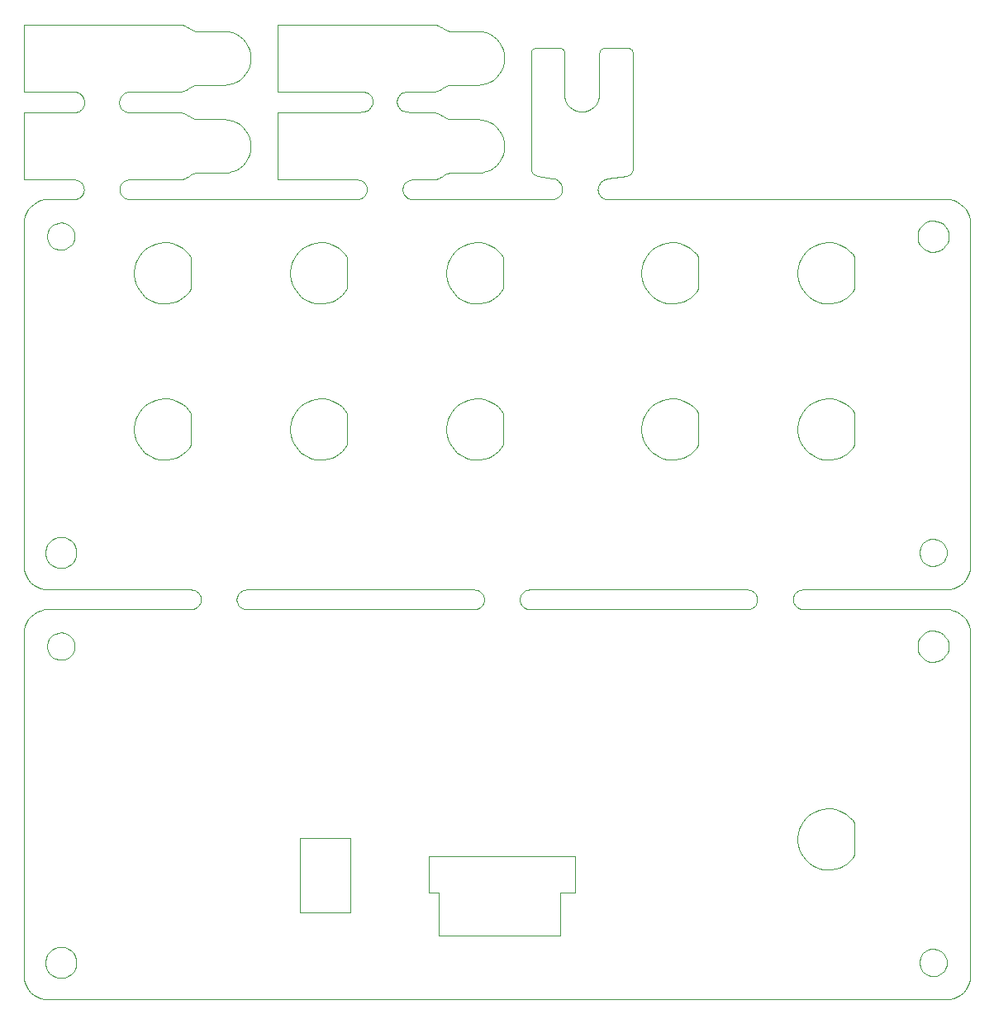
<source format=gko>
%MOIN*%
%OFA0B0*%
%FSLAX44Y44*%
%IPPOS*%
%LPD*%
%ADD10C,0*%
D10*
X00036722Y00017481D02*
X00036722Y00017481D01*
X00036603Y00017487D01*
X00036488Y00017519D01*
X00036383Y00017575D01*
X00036292Y00017652D01*
X00036220Y00017747D01*
X00036170Y00017855D01*
X00036144Y00017971D01*
X00036144Y00018091D01*
X00036170Y00018207D01*
X00036220Y00018315D01*
X00036292Y00018410D01*
X00036383Y00018487D01*
X00036488Y00018543D01*
X00036603Y00018575D01*
X00036722Y00018581D01*
X00036840Y00018562D01*
X00036951Y00018518D01*
X00037049Y00018451D01*
X00037131Y00018365D01*
X00037193Y00018262D01*
X00037231Y00018149D01*
X00037244Y00018031D01*
X00037231Y00017913D01*
X00037193Y00017800D01*
X00037131Y00017697D01*
X00037049Y00017611D01*
X00036951Y00017544D01*
X00036840Y00017500D01*
X00036722Y00017481D01*
X00001530Y00017402D02*
X00001530Y00017402D01*
X00001394Y00017409D01*
X00001262Y00017446D01*
X00001142Y00017510D01*
X00001038Y00017598D01*
X00000956Y00017706D01*
X00000899Y00017830D01*
X00000869Y00017963D01*
X00000869Y00018099D01*
X00000899Y00018232D01*
X00000956Y00018356D01*
X00001038Y00018464D01*
X00001142Y00018552D01*
X00001262Y00018616D01*
X00001394Y00018653D01*
X00001530Y00018660D01*
X00001664Y00018638D01*
X00001791Y00018588D01*
X00001903Y00018511D01*
X00001997Y00018412D01*
X00002067Y00018295D01*
X00002111Y00018166D01*
X00002125Y00018031D01*
X00002111Y00017896D01*
X00002067Y00017767D01*
X00001997Y00017650D01*
X00001903Y00017551D01*
X00001791Y00017474D01*
X00001664Y00017424D01*
X00001530Y00017402D01*
X00033523Y00022381D02*
X00033523Y00022381D01*
X00033523Y00022382D01*
X00033527Y00022387D01*
X00033523Y00022381D01*
X00027224Y00022381D02*
X00027224Y00022381D01*
X00027224Y00022382D01*
X00027227Y00022387D01*
X00027224Y00022381D01*
X00019350Y00022381D02*
X00019350Y00022381D01*
X00019350Y00022382D01*
X00019353Y00022387D01*
X00019350Y00022381D01*
X00013051Y00022381D02*
X00013051Y00022381D01*
X00013051Y00022382D01*
X00013054Y00022387D01*
X00013051Y00022381D01*
X00006751Y00022381D02*
X00006751Y00022381D01*
X00006751Y00022382D01*
X00006755Y00022387D01*
X00006751Y00022381D01*
X00032424Y00021776D02*
X00032424Y00021776D01*
X00032260Y00021792D01*
X00032099Y00021830D01*
X00031945Y00021888D01*
X00031799Y00021967D01*
X00031666Y00022065D01*
X00031547Y00022179D01*
X00031444Y00022308D01*
X00031359Y00022450D01*
X00031294Y00022602D01*
X00031250Y00022761D01*
X00031228Y00022925D01*
X00031227Y00023090D01*
X00031249Y00023254D01*
X00031292Y00023414D01*
X00031356Y00023566D01*
X00031440Y00023708D01*
X00031542Y00023838D01*
X00031661Y00023953D01*
X00031793Y00024052D01*
X00031938Y00024131D01*
X00032092Y00024191D01*
X00032253Y00024229D01*
X00032417Y00024246D01*
X00032582Y00024241D01*
X00032745Y00024214D01*
X00032903Y00024165D01*
X00033053Y00024095D01*
X00033192Y00024007D01*
X00033319Y00023900D01*
X00033430Y00023777D01*
X00033523Y00023641D01*
X00033523Y00022382D01*
X00033434Y00022251D01*
X00033324Y00022128D01*
X00033198Y00022020D01*
X00033059Y00021931D01*
X00032910Y00021860D01*
X00032752Y00021811D01*
X00032589Y00021782D01*
X00032424Y00021776D01*
X00026125Y00021776D02*
X00026125Y00021776D01*
X00025961Y00021792D01*
X00025800Y00021830D01*
X00025645Y00021888D01*
X00025500Y00021967D01*
X00025367Y00022065D01*
X00025248Y00022179D01*
X00025145Y00022308D01*
X00025060Y00022450D01*
X00024995Y00022602D01*
X00024951Y00022761D01*
X00024928Y00022925D01*
X00024928Y00023090D01*
X00024949Y00023254D01*
X00024993Y00023414D01*
X00025057Y00023566D01*
X00025141Y00023708D01*
X00025243Y00023838D01*
X00025361Y00023953D01*
X00025494Y00024052D01*
X00025639Y00024131D01*
X00025793Y00024191D01*
X00025954Y00024229D01*
X00026118Y00024246D01*
X00026283Y00024241D01*
X00026446Y00024214D01*
X00026604Y00024165D01*
X00026754Y00024095D01*
X00026893Y00024007D01*
X00027019Y00023900D01*
X00027130Y00023777D01*
X00027224Y00023641D01*
X00027224Y00022382D01*
X00027135Y00022251D01*
X00027025Y00022128D01*
X00026899Y00022020D01*
X00026760Y00021931D01*
X00026611Y00021860D01*
X00026453Y00021811D01*
X00026290Y00021782D01*
X00026125Y00021776D01*
X00018251Y00021776D02*
X00018251Y00021776D01*
X00018087Y00021792D01*
X00017926Y00021830D01*
X00017771Y00021888D01*
X00017626Y00021967D01*
X00017493Y00022065D01*
X00017373Y00022179D01*
X00017271Y00022308D01*
X00017186Y00022450D01*
X00017121Y00022602D01*
X00017077Y00022761D01*
X00017054Y00022925D01*
X00017054Y00023090D01*
X00017075Y00023254D01*
X00017119Y00023414D01*
X00017183Y00023566D01*
X00017267Y00023708D01*
X00017369Y00023838D01*
X00017487Y00023953D01*
X00017620Y00024052D01*
X00017765Y00024131D01*
X00017919Y00024191D01*
X00018080Y00024229D01*
X00018244Y00024246D01*
X00018409Y00024241D01*
X00018572Y00024214D01*
X00018730Y00024165D01*
X00018880Y00024095D01*
X00019019Y00024007D01*
X00019145Y00023900D01*
X00019256Y00023777D01*
X00019350Y00023641D01*
X00019350Y00022382D01*
X00019261Y00022251D01*
X00019151Y00022128D01*
X00019025Y00022020D01*
X00018886Y00021931D01*
X00018737Y00021860D01*
X00018579Y00021811D01*
X00018416Y00021782D01*
X00018251Y00021776D01*
X00011952Y00021776D02*
X00011952Y00021776D01*
X00011787Y00021792D01*
X00011626Y00021830D01*
X00011472Y00021888D01*
X00011327Y00021967D01*
X00011193Y00022065D01*
X00011074Y00022179D01*
X00010971Y00022308D01*
X00010887Y00022450D01*
X00010822Y00022602D01*
X00010778Y00022761D01*
X00010755Y00022925D01*
X00010755Y00023090D01*
X00010776Y00023254D01*
X00010819Y00023414D01*
X00010884Y00023566D01*
X00010967Y00023708D01*
X00011070Y00023838D01*
X00011188Y00023953D01*
X00011321Y00024052D01*
X00011466Y00024131D01*
X00011620Y00024191D01*
X00011780Y00024229D01*
X00011945Y00024246D01*
X00012110Y00024241D01*
X00012273Y00024214D01*
X00012431Y00024165D01*
X00012581Y00024095D01*
X00012720Y00024007D01*
X00012846Y00023900D01*
X00012957Y00023777D01*
X00013051Y00023641D01*
X00013051Y00022382D01*
X00012961Y00022251D01*
X00012851Y00022128D01*
X00012726Y00022020D01*
X00012587Y00021931D01*
X00012437Y00021860D01*
X00012280Y00021811D01*
X00012117Y00021782D01*
X00011952Y00021776D01*
X00005653Y00021776D02*
X00005653Y00021776D01*
X00005488Y00021792D01*
X00005327Y00021830D01*
X00005173Y00021888D01*
X00005028Y00021967D01*
X00004894Y00022065D01*
X00004775Y00022179D01*
X00004672Y00022308D01*
X00004588Y00022450D01*
X00004523Y00022602D01*
X00004478Y00022761D01*
X00004456Y00022925D01*
X00004455Y00023090D01*
X00004477Y00023254D01*
X00004520Y00023414D01*
X00004584Y00023566D01*
X00004668Y00023708D01*
X00004770Y00023838D01*
X00004889Y00023953D01*
X00005022Y00024052D01*
X00005166Y00024131D01*
X00005321Y00024191D01*
X00005481Y00024229D01*
X00005646Y00024246D01*
X00005811Y00024241D01*
X00005974Y00024214D01*
X00006132Y00024165D01*
X00006281Y00024095D01*
X00006421Y00024007D01*
X00006547Y00023900D01*
X00006658Y00023777D01*
X00006751Y00023641D01*
X00006751Y00022382D01*
X00006662Y00022251D01*
X00006552Y00022128D01*
X00006426Y00022020D01*
X00006288Y00021931D01*
X00006138Y00021860D01*
X00005981Y00021811D01*
X00005818Y00021782D01*
X00005653Y00021776D01*
X00033523Y00028681D02*
X00033523Y00028681D01*
X00033523Y00028681D01*
X00033527Y00028687D01*
X00033523Y00028681D01*
X00027224Y00028681D02*
X00027224Y00028681D01*
X00027224Y00028681D01*
X00027227Y00028687D01*
X00027224Y00028681D01*
X00019350Y00028681D02*
X00019350Y00028681D01*
X00019350Y00028681D01*
X00019353Y00028687D01*
X00019350Y00028681D01*
X00013051Y00028681D02*
X00013051Y00028681D01*
X00013051Y00028681D01*
X00013054Y00028687D01*
X00013051Y00028681D01*
X00006751Y00028681D02*
X00006751Y00028681D01*
X00006751Y00028681D01*
X00006755Y00028687D01*
X00006751Y00028681D01*
X00032424Y00028075D02*
X00032424Y00028075D01*
X00032260Y00028091D01*
X00032099Y00028129D01*
X00031945Y00028188D01*
X00031799Y00028266D01*
X00031666Y00028364D01*
X00031547Y00028478D01*
X00031444Y00028608D01*
X00031359Y00028750D01*
X00031294Y00028901D01*
X00031250Y00029061D01*
X00031228Y00029224D01*
X00031227Y00029390D01*
X00031249Y00029553D01*
X00031292Y00029713D01*
X00031356Y00029865D01*
X00031440Y00030008D01*
X00031542Y00030137D01*
X00031661Y00030253D01*
X00031793Y00030351D01*
X00031938Y00030430D01*
X00032092Y00030490D01*
X00032253Y00030529D01*
X00032417Y00030545D01*
X00032582Y00030540D01*
X00032745Y00030513D01*
X00032903Y00030464D01*
X00033053Y00030395D01*
X00033192Y00030306D01*
X00033319Y00030199D01*
X00033430Y00030077D01*
X00033523Y00029940D01*
X00033523Y00028681D01*
X00033434Y00028550D01*
X00033324Y00028427D01*
X00033198Y00028320D01*
X00033059Y00028230D01*
X00032910Y00028160D01*
X00032752Y00028110D01*
X00032589Y00028082D01*
X00032424Y00028075D01*
X00026125Y00028075D02*
X00026125Y00028075D01*
X00025961Y00028091D01*
X00025800Y00028129D01*
X00025645Y00028188D01*
X00025500Y00028266D01*
X00025367Y00028364D01*
X00025248Y00028478D01*
X00025145Y00028608D01*
X00025060Y00028750D01*
X00024995Y00028901D01*
X00024951Y00029061D01*
X00024928Y00029224D01*
X00024928Y00029390D01*
X00024949Y00029553D01*
X00024993Y00029713D01*
X00025057Y00029865D01*
X00025141Y00030008D01*
X00025243Y00030137D01*
X00025361Y00030253D01*
X00025494Y00030351D01*
X00025639Y00030430D01*
X00025793Y00030490D01*
X00025954Y00030529D01*
X00026118Y00030545D01*
X00026283Y00030540D01*
X00026446Y00030513D01*
X00026604Y00030464D01*
X00026754Y00030395D01*
X00026893Y00030306D01*
X00027019Y00030199D01*
X00027130Y00030077D01*
X00027224Y00029940D01*
X00027224Y00028681D01*
X00027135Y00028550D01*
X00027025Y00028427D01*
X00026899Y00028320D01*
X00026760Y00028230D01*
X00026611Y00028160D01*
X00026453Y00028110D01*
X00026290Y00028082D01*
X00026125Y00028075D01*
X00018251Y00028075D02*
X00018251Y00028075D01*
X00018087Y00028091D01*
X00017926Y00028129D01*
X00017771Y00028188D01*
X00017626Y00028266D01*
X00017493Y00028364D01*
X00017373Y00028478D01*
X00017271Y00028608D01*
X00017186Y00028750D01*
X00017121Y00028901D01*
X00017077Y00029061D01*
X00017054Y00029224D01*
X00017054Y00029390D01*
X00017075Y00029553D01*
X00017119Y00029713D01*
X00017183Y00029865D01*
X00017267Y00030008D01*
X00017369Y00030137D01*
X00017487Y00030253D01*
X00017620Y00030351D01*
X00017765Y00030430D01*
X00017919Y00030490D01*
X00018080Y00030529D01*
X00018244Y00030545D01*
X00018409Y00030540D01*
X00018572Y00030513D01*
X00018730Y00030464D01*
X00018880Y00030395D01*
X00019019Y00030306D01*
X00019145Y00030199D01*
X00019256Y00030077D01*
X00019350Y00029940D01*
X00019350Y00028681D01*
X00019261Y00028550D01*
X00019151Y00028427D01*
X00019025Y00028320D01*
X00018886Y00028230D01*
X00018737Y00028160D01*
X00018579Y00028110D01*
X00018416Y00028082D01*
X00018251Y00028075D01*
X00011952Y00028075D02*
X00011952Y00028075D01*
X00011787Y00028091D01*
X00011626Y00028129D01*
X00011472Y00028188D01*
X00011327Y00028266D01*
X00011193Y00028364D01*
X00011074Y00028478D01*
X00010971Y00028608D01*
X00010887Y00028750D01*
X00010822Y00028901D01*
X00010778Y00029061D01*
X00010755Y00029224D01*
X00010755Y00029390D01*
X00010776Y00029553D01*
X00010819Y00029713D01*
X00010884Y00029865D01*
X00010967Y00030008D01*
X00011070Y00030137D01*
X00011188Y00030253D01*
X00011321Y00030351D01*
X00011466Y00030430D01*
X00011620Y00030490D01*
X00011780Y00030529D01*
X00011945Y00030545D01*
X00012110Y00030540D01*
X00012273Y00030513D01*
X00012431Y00030464D01*
X00012581Y00030395D01*
X00012720Y00030306D01*
X00012846Y00030199D01*
X00012957Y00030077D01*
X00013051Y00029940D01*
X00013051Y00028681D01*
X00012961Y00028550D01*
X00012851Y00028427D01*
X00012726Y00028320D01*
X00012587Y00028230D01*
X00012437Y00028160D01*
X00012280Y00028110D01*
X00012117Y00028082D01*
X00011952Y00028075D01*
X00005653Y00028075D02*
X00005653Y00028075D01*
X00005488Y00028091D01*
X00005327Y00028129D01*
X00005173Y00028188D01*
X00005028Y00028266D01*
X00004894Y00028364D01*
X00004775Y00028478D01*
X00004672Y00028608D01*
X00004588Y00028750D01*
X00004523Y00028901D01*
X00004478Y00029061D01*
X00004456Y00029224D01*
X00004455Y00029390D01*
X00004477Y00029553D01*
X00004520Y00029713D01*
X00004584Y00029865D01*
X00004668Y00030008D01*
X00004770Y00030137D01*
X00004889Y00030253D01*
X00005022Y00030351D01*
X00005166Y00030430D01*
X00005321Y00030490D01*
X00005481Y00030529D01*
X00005646Y00030545D01*
X00005811Y00030540D01*
X00005974Y00030513D01*
X00006132Y00030464D01*
X00006281Y00030395D01*
X00006421Y00030306D01*
X00006547Y00030199D01*
X00006658Y00030077D01*
X00006751Y00029940D01*
X00006751Y00028681D01*
X00006662Y00028550D01*
X00006552Y00028427D01*
X00006426Y00028320D01*
X00006288Y00028230D01*
X00006138Y00028160D01*
X00005981Y00028110D01*
X00005818Y00028082D01*
X00005653Y00028075D01*
X00001525Y00030237D02*
X00001525Y00030237D01*
X00001406Y00030243D01*
X00001292Y00030275D01*
X00001186Y00030331D01*
X00001095Y00030408D01*
X00001023Y00030503D01*
X00000973Y00030611D01*
X00000948Y00030727D01*
X00000948Y00030846D01*
X00000973Y00030963D01*
X00001023Y00031071D01*
X00001095Y00031166D01*
X00001186Y00031243D01*
X00001292Y00031299D01*
X00001406Y00031331D01*
X00001525Y00031337D01*
X00001643Y00031318D01*
X00001754Y00031274D01*
X00001852Y00031207D01*
X00001934Y00031120D01*
X00001996Y00031018D01*
X00002034Y00030905D01*
X00002047Y00030787D01*
X00002034Y00030668D01*
X00001996Y00030555D01*
X00001934Y00030453D01*
X00001852Y00030367D01*
X00001754Y00030300D01*
X00001643Y00030256D01*
X00001525Y00030237D01*
X00036727Y00030158D02*
X00036727Y00030158D01*
X00036591Y00030165D01*
X00036459Y00030202D01*
X00036339Y00030266D01*
X00036235Y00030354D01*
X00036153Y00030462D01*
X00036095Y00030586D01*
X00036066Y00030719D01*
X00036066Y00030855D01*
X00036095Y00030988D01*
X00036153Y00031112D01*
X00036235Y00031220D01*
X00036339Y00031308D01*
X00036459Y00031372D01*
X00036591Y00031409D01*
X00036727Y00031416D01*
X00036861Y00031394D01*
X00036987Y00031343D01*
X00037100Y00031267D01*
X00037194Y00031168D01*
X00037264Y00031051D01*
X00037308Y00030922D01*
X00037322Y00030787D01*
X00037308Y00030651D01*
X00037264Y00030522D01*
X00037194Y00030406D01*
X00037100Y00030307D01*
X00036987Y00030230D01*
X00036861Y00030180D01*
X00036727Y00030158D01*
X00021327Y00032283D02*
X00021327Y00032283D01*
X00015680Y00032283D01*
X00015680Y00032283D01*
X00015656Y00032284D01*
X00015632Y00032286D01*
X00015608Y00032290D01*
X00015584Y00032295D01*
X00015561Y00032301D01*
X00015538Y00032309D01*
X00015516Y00032319D01*
X00015494Y00032330D01*
X00015473Y00032342D01*
X00015453Y00032355D01*
X00015433Y00032370D01*
X00015415Y00032385D01*
X00015398Y00032402D01*
X00015381Y00032420D01*
X00015366Y00032439D01*
X00015352Y00032459D01*
X00015339Y00032479D01*
X00015328Y00032501D01*
X00015318Y00032523D01*
X00015309Y00032545D01*
X00015309Y00032546D01*
X00015298Y00032582D01*
X00015290Y00032619D01*
X00015287Y00032656D01*
X00015286Y00032694D01*
X00015290Y00032731D01*
X00015297Y00032768D01*
X00015307Y00032805D01*
X00015321Y00032840D01*
X00015338Y00032873D01*
X00015358Y00032905D01*
X00015381Y00032934D01*
X00015407Y00032962D01*
X00015435Y00032986D01*
X00015466Y00033008D01*
X00015499Y00033027D01*
X00015533Y00033043D01*
X00015568Y00033055D01*
X00015605Y00033064D01*
X00015642Y00033070D01*
X00015680Y00033071D01*
X00016476Y00033071D01*
X00016523Y00033074D01*
X00016569Y00033080D01*
X00016615Y00033088D01*
X00016661Y00033099D01*
X00016705Y00033114D01*
X00016749Y00033131D01*
X00016791Y00033150D01*
X00016832Y00033173D01*
X00016872Y00033197D01*
X00016910Y00033225D01*
X00016943Y00033247D01*
X00016977Y00033268D01*
X00017013Y00033286D01*
X00017049Y00033302D01*
X00017087Y00033316D01*
X00017125Y00033327D01*
X00017164Y00033336D01*
X00017204Y00033342D01*
X00017244Y00033346D01*
X00017284Y00033347D01*
X00018307Y00033347D01*
X00018307Y00033347D01*
X00018477Y00033360D01*
X00018642Y00033400D01*
X00018799Y00033465D01*
X00018944Y00033554D01*
X00019073Y00033664D01*
X00019183Y00033793D01*
X00019272Y00033938D01*
X00019337Y00034095D01*
X00019376Y00034260D01*
X00019390Y00034429D01*
X00019376Y00034598D01*
X00019337Y00034764D01*
X00019272Y00034920D01*
X00019183Y00035065D01*
X00019073Y00035194D01*
X00018944Y00035305D01*
X00018799Y00035393D01*
X00018642Y00035458D01*
X00018477Y00035498D01*
X00018307Y00035511D01*
X00017284Y00035511D01*
X00017243Y00035513D01*
X00017202Y00035516D01*
X00017162Y00035523D01*
X00017122Y00035532D01*
X00017082Y00035544D01*
X00017044Y00035558D01*
X00017007Y00035575D01*
X00016970Y00035594D01*
X00016935Y00035615D01*
X00016902Y00035639D01*
X00016864Y00035665D01*
X00016825Y00035689D01*
X00016785Y00035710D01*
X00016743Y00035729D01*
X00016700Y00035745D01*
X00016657Y00035759D01*
X00016612Y00035770D01*
X00016567Y00035778D01*
X00016522Y00035783D01*
X00016476Y00035786D01*
X00015747Y00035786D01*
X00015744Y00035786D01*
X00015741Y00035786D01*
X00015739Y00035786D01*
X00015736Y00035786D01*
X00015733Y00035786D01*
X00015731Y00035786D01*
X00015728Y00035786D01*
X00015725Y00035786D01*
X00015722Y00035786D01*
X00015720Y00035787D01*
X00015717Y00035787D01*
X00015714Y00035787D01*
X00015712Y00035787D01*
X00015709Y00035787D01*
X00015706Y00035788D01*
X00015704Y00035788D01*
X00015701Y00035788D01*
X00015698Y00035789D01*
X00015696Y00035789D01*
X00015693Y00035789D01*
X00015392Y00035831D01*
X00015334Y00035843D01*
X00015279Y00035864D01*
X00015227Y00035893D01*
X00015181Y00035930D01*
X00015140Y00035973D01*
X00015107Y00036021D01*
X00015081Y00036074D01*
X00015063Y00036131D01*
X00015054Y00036189D01*
X00015053Y00036248D01*
X00015062Y00036306D01*
X00015079Y00036363D01*
X00015104Y00036416D01*
X00015137Y00036465D01*
X00015177Y00036509D01*
X00015223Y00036546D01*
X00015274Y00036575D01*
X00015329Y00036597D01*
X00015387Y00036610D01*
X00015446Y00036615D01*
X00016476Y00036615D01*
X00016523Y00036617D01*
X00016569Y00036623D01*
X00016615Y00036631D01*
X00016661Y00036643D01*
X00016705Y00036657D01*
X00016749Y00036674D01*
X00016791Y00036694D01*
X00016832Y00036716D01*
X00016872Y00036741D01*
X00016910Y00036768D01*
X00016943Y00036791D01*
X00016977Y00036811D01*
X00017013Y00036830D01*
X00017049Y00036846D01*
X00017087Y00036859D01*
X00017125Y00036871D01*
X00017164Y00036879D01*
X00017204Y00036886D01*
X00017244Y00036889D01*
X00017284Y00036891D01*
X00018307Y00036891D01*
X00018307Y00036890D01*
X00018477Y00036904D01*
X00018642Y00036943D01*
X00018799Y00037008D01*
X00018944Y00037097D01*
X00019073Y00037207D01*
X00019183Y00037336D01*
X00019272Y00037481D01*
X00019337Y00037638D01*
X00019376Y00037803D01*
X00019390Y00037972D01*
X00019376Y00038142D01*
X00019337Y00038307D01*
X00019272Y00038464D01*
X00019183Y00038609D01*
X00019073Y00038738D01*
X00018944Y00038848D01*
X00018799Y00038937D01*
X00018642Y00039002D01*
X00018477Y00039041D01*
X00018307Y00039055D01*
X00017284Y00039055D01*
X00017243Y00039056D01*
X00017202Y00039060D01*
X00017162Y00039066D01*
X00017122Y00039075D01*
X00017082Y00039087D01*
X00017044Y00039101D01*
X00017007Y00039118D01*
X00016970Y00039137D01*
X00016935Y00039159D01*
X00016902Y00039182D01*
X00016864Y00039208D01*
X00016825Y00039232D01*
X00016785Y00039254D01*
X00016743Y00039272D01*
X00016700Y00039289D01*
X00016657Y00039302D01*
X00016612Y00039313D01*
X00016567Y00039321D01*
X00016522Y00039326D01*
X00016476Y00039329D01*
X00010236Y00039329D01*
X00010237Y00036614D01*
X00010237Y00036615D01*
X00013687Y00036615D01*
X00013746Y00036610D01*
X00013803Y00036597D01*
X00013858Y00036575D01*
X00013910Y00036546D01*
X00013956Y00036509D01*
X00013996Y00036465D01*
X00014029Y00036416D01*
X00014054Y00036363D01*
X00014071Y00036306D01*
X00014080Y00036248D01*
X00014079Y00036189D01*
X00014070Y00036131D01*
X00014052Y00036074D01*
X00014026Y00036021D01*
X00013993Y00035973D01*
X00013952Y00035930D01*
X00013905Y00035893D01*
X00013854Y00035864D01*
X00013799Y00035843D01*
X00013741Y00035831D01*
X00013440Y00035789D01*
X00013437Y00035789D01*
X00013435Y00035789D01*
X00013432Y00035788D01*
X00013429Y00035788D01*
X00013427Y00035788D01*
X00013424Y00035787D01*
X00013421Y00035787D01*
X00013418Y00035787D01*
X00013416Y00035787D01*
X00013413Y00035787D01*
X00013410Y00035786D01*
X00013408Y00035786D01*
X00013405Y00035786D01*
X00013402Y00035786D01*
X00013400Y00035786D01*
X00013397Y00035786D01*
X00013394Y00035786D01*
X00013391Y00035786D01*
X00013389Y00035786D01*
X00013386Y00035786D01*
X00010236Y00035786D01*
X00010237Y00033070D01*
X00010237Y00033071D01*
X00013453Y00033071D01*
X00013491Y00033070D01*
X00013528Y00033064D01*
X00013565Y00033055D01*
X00013600Y00033043D01*
X00013634Y00033027D01*
X00013667Y00033008D01*
X00013697Y00032986D01*
X00013726Y00032962D01*
X00013752Y00032934D01*
X00013775Y00032905D01*
X00013795Y00032873D01*
X00013812Y00032840D01*
X00013826Y00032805D01*
X00013836Y00032768D01*
X00013843Y00032731D01*
X00013847Y00032694D01*
X00013846Y00032656D01*
X00013843Y00032619D01*
X00013835Y00032582D01*
X00013824Y00032546D01*
X00013824Y00032545D01*
X00013815Y00032523D01*
X00013805Y00032501D01*
X00013794Y00032479D01*
X00013781Y00032459D01*
X00013767Y00032439D01*
X00013752Y00032420D01*
X00013735Y00032402D01*
X00013718Y00032385D01*
X00013699Y00032370D01*
X00013680Y00032355D01*
X00013660Y00032342D01*
X00013639Y00032330D01*
X00013617Y00032319D01*
X00013595Y00032309D01*
X00013572Y00032301D01*
X00013549Y00032295D01*
X00013525Y00032290D01*
X00013501Y00032286D01*
X00013477Y00032284D01*
X00013453Y00032283D01*
X00013453Y00032283D01*
X00004263Y00032283D01*
X00004238Y00032284D01*
X00004214Y00032286D01*
X00004190Y00032290D01*
X00004167Y00032295D01*
X00004143Y00032301D01*
X00004121Y00032309D01*
X00004098Y00032319D01*
X00004077Y00032330D01*
X00004056Y00032342D01*
X00004035Y00032355D01*
X00004016Y00032370D01*
X00003998Y00032385D01*
X00003980Y00032402D01*
X00003964Y00032420D01*
X00003949Y00032439D01*
X00003935Y00032459D01*
X00003922Y00032479D01*
X00003911Y00032501D01*
X00003900Y00032523D01*
X00003892Y00032545D01*
X00003891Y00032546D01*
X00003880Y00032582D01*
X00003873Y00032619D01*
X00003869Y00032656D01*
X00003869Y00032694D01*
X00003872Y00032731D01*
X00003879Y00032768D01*
X00003890Y00032805D01*
X00003903Y00032840D01*
X00003921Y00032873D01*
X00003941Y00032905D01*
X00003964Y00032934D01*
X00003990Y00032962D01*
X00004018Y00032986D01*
X00004049Y00033008D01*
X00004081Y00033027D01*
X00004115Y00033043D01*
X00004151Y00033055D01*
X00004188Y00033064D01*
X00004225Y00033070D01*
X00004262Y00033071D01*
X00006240Y00033071D01*
X00006287Y00033074D01*
X00006333Y00033080D01*
X00006379Y00033088D01*
X00006424Y00033099D01*
X00006469Y00033114D01*
X00006512Y00033131D01*
X00006555Y00033150D01*
X00006596Y00033173D01*
X00006636Y00033197D01*
X00006674Y00033225D01*
X00006707Y00033247D01*
X00006741Y00033268D01*
X00006776Y00033286D01*
X00006813Y00033302D01*
X00006851Y00033316D01*
X00006889Y00033327D01*
X00006928Y00033336D01*
X00006968Y00033342D01*
X00007008Y00033346D01*
X00007048Y00033347D01*
X00008071Y00033347D01*
X00008071Y00033347D01*
X00008240Y00033360D01*
X00008406Y00033400D01*
X00008563Y00033465D01*
X00008707Y00033554D01*
X00008836Y00033664D01*
X00008947Y00033793D01*
X00009035Y00033938D01*
X00009100Y00034095D01*
X00009140Y00034260D01*
X00009153Y00034429D01*
X00009140Y00034598D01*
X00009100Y00034764D01*
X00009035Y00034920D01*
X00008947Y00035065D01*
X00008836Y00035194D01*
X00008707Y00035305D01*
X00008563Y00035393D01*
X00008406Y00035458D01*
X00008240Y00035498D01*
X00008071Y00035511D01*
X00007048Y00035511D01*
X00007007Y00035513D01*
X00006966Y00035516D01*
X00006925Y00035523D01*
X00006885Y00035532D01*
X00006846Y00035544D01*
X00006808Y00035558D01*
X00006770Y00035575D01*
X00006734Y00035594D01*
X00006699Y00035615D01*
X00006666Y00035639D01*
X00006628Y00035665D01*
X00006589Y00035689D01*
X00006549Y00035710D01*
X00006507Y00035729D01*
X00006464Y00035745D01*
X00006420Y00035759D01*
X00006376Y00035770D01*
X00006331Y00035778D01*
X00006285Y00035783D01*
X00006240Y00035786D01*
X00004247Y00035786D01*
X00004210Y00035787D01*
X00004173Y00035793D01*
X00004136Y00035802D01*
X00004100Y00035814D01*
X00004066Y00035830D01*
X00004034Y00035849D01*
X00004003Y00035871D01*
X00003975Y00035895D01*
X00003949Y00035923D01*
X00003926Y00035953D01*
X00003905Y00035984D01*
X00003888Y00036018D01*
X00003875Y00036053D01*
X00003864Y00036089D01*
X00003857Y00036126D01*
X00003854Y00036164D01*
X00003854Y00036201D01*
X00003858Y00036239D01*
X00003866Y00036276D01*
X00003877Y00036312D01*
X00003892Y00036353D01*
X00003900Y00036376D01*
X00003911Y00036398D01*
X00003922Y00036419D01*
X00003935Y00036440D01*
X00003949Y00036459D01*
X00003964Y00036478D01*
X00003980Y00036496D01*
X00003998Y00036513D01*
X00004016Y00036528D01*
X00004036Y00036543D01*
X00004056Y00036556D01*
X00004077Y00036568D01*
X00004098Y00036579D01*
X00004121Y00036588D01*
X00004143Y00036596D01*
X00004167Y00036603D01*
X00004190Y00036608D01*
X00004214Y00036612D01*
X00004238Y00036614D01*
X00004262Y00036615D01*
X00006240Y00036615D01*
X00006287Y00036617D01*
X00006333Y00036623D01*
X00006379Y00036631D01*
X00006424Y00036643D01*
X00006469Y00036657D01*
X00006512Y00036674D01*
X00006555Y00036694D01*
X00006596Y00036716D01*
X00006636Y00036741D01*
X00006674Y00036768D01*
X00006707Y00036791D01*
X00006741Y00036811D01*
X00006776Y00036830D01*
X00006813Y00036846D01*
X00006851Y00036859D01*
X00006889Y00036871D01*
X00006928Y00036879D01*
X00006968Y00036886D01*
X00007008Y00036889D01*
X00007048Y00036891D01*
X00008071Y00036891D01*
X00008071Y00036890D01*
X00008240Y00036904D01*
X00008406Y00036943D01*
X00008563Y00037008D01*
X00008707Y00037097D01*
X00008836Y00037207D01*
X00008947Y00037336D01*
X00009035Y00037481D01*
X00009100Y00037638D01*
X00009140Y00037803D01*
X00009153Y00037972D01*
X00009140Y00038142D01*
X00009100Y00038307D01*
X00009035Y00038464D01*
X00008947Y00038609D01*
X00008836Y00038738D01*
X00008707Y00038848D01*
X00008563Y00038937D01*
X00008406Y00039002D01*
X00008240Y00039041D01*
X00008071Y00039055D01*
X00007048Y00039055D01*
X00007007Y00039056D01*
X00006966Y00039060D01*
X00006925Y00039066D01*
X00006885Y00039075D01*
X00006846Y00039087D01*
X00006808Y00039101D01*
X00006770Y00039118D01*
X00006734Y00039137D01*
X00006699Y00039159D01*
X00006666Y00039182D01*
X00006628Y00039208D01*
X00006589Y00039232D01*
X00006549Y00039254D01*
X00006507Y00039272D01*
X00006464Y00039289D01*
X00006420Y00039302D01*
X00006376Y00039313D01*
X00006331Y00039321D01*
X00006285Y00039326D01*
X00006240Y00039329D01*
X00000000Y00039329D01*
X00000000Y00036614D01*
X00000000Y00036615D01*
X00002036Y00036615D01*
X00002060Y00036614D01*
X00002084Y00036612D01*
X00002108Y00036608D01*
X00002132Y00036603D01*
X00002155Y00036596D01*
X00002178Y00036588D01*
X00002200Y00036579D01*
X00002222Y00036568D01*
X00002242Y00036556D01*
X00002263Y00036543D01*
X00002282Y00036528D01*
X00002300Y00036513D01*
X00002318Y00036496D01*
X00002334Y00036478D01*
X00002349Y00036459D01*
X00002363Y00036440D01*
X00002376Y00036419D01*
X00002388Y00036398D01*
X00002398Y00036376D01*
X00002407Y00036353D01*
X00002422Y00036312D01*
X00002432Y00036276D01*
X00002440Y00036239D01*
X00002444Y00036201D01*
X00002444Y00036164D01*
X00002441Y00036126D01*
X00002434Y00036089D01*
X00002424Y00036053D01*
X00002410Y00036018D01*
X00002393Y00035984D01*
X00002373Y00035953D01*
X00002349Y00035923D01*
X00002324Y00035895D01*
X00002295Y00035871D01*
X00002265Y00035849D01*
X00002232Y00035830D01*
X00002198Y00035814D01*
X00002162Y00035802D01*
X00002126Y00035793D01*
X00002088Y00035787D01*
X00002051Y00035786D01*
X00000000Y00035786D01*
X00000000Y00033070D01*
X00000000Y00033071D01*
X00002036Y00033071D01*
X00002073Y00033070D01*
X00002111Y00033064D01*
X00002147Y00033055D01*
X00002183Y00033043D01*
X00002217Y00033027D01*
X00002249Y00033008D01*
X00002280Y00032986D01*
X00002308Y00032962D01*
X00002334Y00032934D01*
X00002357Y00032905D01*
X00002378Y00032873D01*
X00002395Y00032840D01*
X00002409Y00032805D01*
X00002419Y00032768D01*
X00002426Y00032731D01*
X00002429Y00032694D01*
X00002429Y00032656D01*
X00002425Y00032619D01*
X00002418Y00032582D01*
X00002407Y00032546D01*
X00002407Y00032545D01*
X00002398Y00032523D01*
X00002388Y00032501D01*
X00002376Y00032479D01*
X00002363Y00032459D01*
X00002349Y00032439D01*
X00002334Y00032420D01*
X00002318Y00032402D01*
X00002300Y00032385D01*
X00002282Y00032370D01*
X00002263Y00032355D01*
X00002243Y00032342D01*
X00002222Y00032330D01*
X00002200Y00032319D01*
X00002178Y00032309D01*
X00002155Y00032301D01*
X00002131Y00032295D01*
X00002108Y00032290D01*
X00002084Y00032286D01*
X00002060Y00032284D01*
X00002036Y00032283D01*
X00000984Y00032283D01*
X00000830Y00032271D01*
X00000680Y00032235D01*
X00000537Y00032176D01*
X00000405Y00032095D01*
X00000288Y00031995D01*
X00000187Y00031877D01*
X00000107Y00031746D01*
X00000048Y00031603D01*
X00000012Y00031453D01*
X00000000Y00031299D01*
X00000000Y00017519D01*
X00000012Y00017365D01*
X00000048Y00017215D01*
X00000107Y00017072D01*
X00000187Y00016941D01*
X00000288Y00016823D01*
X00000405Y00016723D01*
X00000537Y00016642D01*
X00000680Y00016583D01*
X00000830Y00016547D01*
X00000984Y00016535D01*
X00006760Y00016535D01*
X00006810Y00016532D01*
X00006859Y00016522D01*
X00006906Y00016507D01*
X00006951Y00016486D01*
X00006993Y00016459D01*
X00007031Y00016427D01*
X00007065Y00016390D01*
X00007094Y00016350D01*
X00007117Y00016306D01*
X00007135Y00016260D01*
X00007147Y00016211D01*
X00007153Y00016162D01*
X00007153Y00016112D01*
X00007146Y00016063D01*
X00007133Y00016015D01*
X00007114Y00015969D01*
X00007089Y00015926D01*
X00007059Y00015886D01*
X00007025Y00015850D01*
X00006986Y00015819D01*
X00006986Y00015819D01*
X00006976Y00015812D01*
X00006966Y00015806D01*
X00006955Y00015800D01*
X00006945Y00015794D01*
X00006934Y00015788D01*
X00006923Y00015783D01*
X00006912Y00015778D01*
X00006901Y00015774D01*
X00006890Y00015770D01*
X00006878Y00015766D01*
X00006867Y00015762D01*
X00006855Y00015759D01*
X00006844Y00015757D01*
X00006832Y00015754D01*
X00006820Y00015752D01*
X00006808Y00015750D01*
X00006796Y00015749D01*
X00006784Y00015748D01*
X00006772Y00015748D01*
X00006760Y00015748D01*
X00006760Y00015748D01*
X00000984Y00015748D01*
X00000830Y00015735D01*
X00000680Y00015699D01*
X00000537Y00015640D01*
X00000405Y00015560D01*
X00000288Y00015459D01*
X00000187Y00015342D01*
X00000107Y00015210D01*
X00000048Y00015067D01*
X00000012Y00014917D01*
X00000000Y00014763D01*
X00000000Y00000984D01*
X00000012Y00000830D01*
X00000048Y00000680D01*
X00000107Y00000537D01*
X00000187Y00000405D01*
X00000288Y00000288D01*
X00000405Y00000187D01*
X00000537Y00000107D01*
X00000680Y00000048D01*
X00000830Y00000012D01*
X00000984Y00000000D01*
X00037204Y00000000D01*
X00037358Y00000012D01*
X00037508Y00000048D01*
X00037651Y00000107D01*
X00037783Y00000187D01*
X00037900Y00000288D01*
X00038000Y00000405D01*
X00038081Y00000537D01*
X00038140Y00000680D01*
X00038176Y00000830D01*
X00038188Y00000984D01*
X00038188Y00014763D01*
X00038176Y00014917D01*
X00038140Y00015067D01*
X00038081Y00015210D01*
X00038000Y00015342D01*
X00037900Y00015459D01*
X00037783Y00015560D01*
X00037651Y00015640D01*
X00037508Y00015699D01*
X00037358Y00015735D01*
X00037204Y00015748D01*
X00031428Y00015748D01*
X00031416Y00015748D01*
X00031404Y00015748D01*
X00031392Y00015749D01*
X00031380Y00015750D01*
X00031368Y00015752D01*
X00031356Y00015754D01*
X00031344Y00015757D01*
X00031333Y00015759D01*
X00031321Y00015762D01*
X00031310Y00015766D01*
X00031298Y00015770D01*
X00031287Y00015774D01*
X00031276Y00015778D01*
X00031265Y00015783D01*
X00031254Y00015788D01*
X00031243Y00015794D01*
X00031232Y00015800D01*
X00031222Y00015806D01*
X00031212Y00015812D01*
X00031202Y00015819D01*
X00031202Y00015819D01*
X00031163Y00015850D01*
X00031129Y00015886D01*
X00031099Y00015926D01*
X00031074Y00015969D01*
X00031055Y00016015D01*
X00031042Y00016063D01*
X00031035Y00016112D01*
X00031035Y00016162D01*
X00031041Y00016211D01*
X00031053Y00016260D01*
X00031071Y00016306D01*
X00031094Y00016350D01*
X00031123Y00016390D01*
X00031157Y00016427D01*
X00031195Y00016459D01*
X00031237Y00016486D01*
X00031282Y00016507D01*
X00031329Y00016522D01*
X00031378Y00016532D01*
X00031428Y00016535D01*
X00037204Y00016535D01*
X00037358Y00016547D01*
X00037508Y00016583D01*
X00037651Y00016642D01*
X00037783Y00016723D01*
X00037900Y00016823D01*
X00038000Y00016941D01*
X00038081Y00017072D01*
X00038140Y00017215D01*
X00038176Y00017365D01*
X00038188Y00017519D01*
X00038188Y00031299D01*
X00038176Y00031453D01*
X00038140Y00031603D01*
X00038081Y00031746D01*
X00038000Y00031877D01*
X00037900Y00031995D01*
X00037783Y00032095D01*
X00037651Y00032176D01*
X00037508Y00032235D01*
X00037358Y00032271D01*
X00037204Y00032283D01*
X00023554Y00032283D01*
X00023506Y00032286D01*
X00023459Y00032294D01*
X00023414Y00032309D01*
X00023370Y00032328D01*
X00023330Y00032353D01*
X00023292Y00032383D01*
X00023259Y00032416D01*
X00023229Y00032454D01*
X00023205Y00032495D01*
X00023185Y00032539D01*
X00023171Y00032584D01*
X00023163Y00032631D01*
X00023160Y00032679D01*
X00023163Y00032726D01*
X00023172Y00032773D01*
X00023187Y00032819D01*
X00023207Y00032862D01*
X00023232Y00032903D01*
X00023261Y00032940D01*
X00023295Y00032973D01*
X00023342Y00033014D01*
X00023350Y00033021D01*
X00023359Y00033028D01*
X00023368Y00033035D01*
X00023377Y00033041D01*
X00023386Y00033047D01*
X00023396Y00033053D01*
X00023405Y00033059D01*
X00023415Y00033064D01*
X00023425Y00033069D01*
X00023435Y00033074D01*
X00023445Y00033079D01*
X00023455Y00033083D01*
X00023465Y00033087D01*
X00023476Y00033091D01*
X00023487Y00033094D01*
X00023497Y00033097D01*
X00023508Y00033100D01*
X00023519Y00033102D01*
X00023530Y00033104D01*
X00023541Y00033106D01*
X00024331Y00033228D01*
X00024369Y00033236D01*
X00024407Y00033250D01*
X00024442Y00033269D01*
X00024473Y00033293D01*
X00024502Y00033321D01*
X00024525Y00033353D01*
X00024544Y00033388D01*
X00024558Y00033425D01*
X00024567Y00033464D01*
X00024570Y00033503D01*
X00024567Y00033503D01*
X00024567Y00038188D01*
X00024564Y00038219D01*
X00024557Y00038249D01*
X00024545Y00038278D01*
X00024529Y00038304D01*
X00024509Y00038328D01*
X00024486Y00038348D01*
X00024459Y00038364D01*
X00024431Y00038376D01*
X00024401Y00038383D01*
X00024370Y00038385D01*
X00023425Y00038385D01*
X00023394Y00038383D01*
X00023364Y00038376D01*
X00023336Y00038364D01*
X00023309Y00038348D01*
X00023286Y00038328D01*
X00023266Y00038304D01*
X00023250Y00038278D01*
X00023238Y00038249D01*
X00023231Y00038219D01*
X00023228Y00038188D01*
X00023228Y00036417D01*
X00023186Y00036268D01*
X00023113Y00036131D01*
X00023013Y00036013D01*
X00022889Y00035919D01*
X00022749Y00035854D01*
X00022597Y00035821D01*
X00022442Y00035821D01*
X00022291Y00035854D01*
X00022150Y00035919D01*
X00022026Y00036013D01*
X00021926Y00036131D01*
X00021853Y00036268D01*
X00021811Y00036417D01*
X00021811Y00038188D01*
X00021809Y00038219D01*
X00021801Y00038249D01*
X00021789Y00038278D01*
X00021773Y00038304D01*
X00021753Y00038328D01*
X00021730Y00038348D01*
X00021703Y00038364D01*
X00021675Y00038376D01*
X00021645Y00038383D01*
X00021614Y00038385D01*
X00020669Y00038385D01*
X00020669Y00038385D01*
X00020638Y00038384D01*
X00020607Y00038377D01*
X00020578Y00038366D01*
X00020552Y00038350D01*
X00020528Y00038330D01*
X00020508Y00038306D01*
X00020492Y00038279D01*
X00020480Y00038250D01*
X00020474Y00038220D01*
X00020472Y00038188D01*
X00020472Y00033503D01*
X00020472Y00033503D01*
X00020475Y00033464D01*
X00020483Y00033425D01*
X00020497Y00033388D01*
X00020516Y00033354D01*
X00020539Y00033322D01*
X00020567Y00033294D01*
X00020599Y00033270D01*
X00020633Y00033251D01*
X00020670Y00033237D01*
X00020709Y00033228D01*
X00021349Y00033129D01*
X00021367Y00033126D01*
X00021384Y00033122D01*
X00021401Y00033118D01*
X00021417Y00033113D01*
X00021434Y00033107D01*
X00021450Y00033100D01*
X00021466Y00033092D01*
X00021481Y00033084D01*
X00021496Y00033075D01*
X00021511Y00033066D01*
X00021525Y00033056D01*
X00021539Y00033045D01*
X00021552Y00033034D01*
X00021565Y00033022D01*
X00021577Y00033009D01*
X00021589Y00032996D01*
X00021600Y00032983D01*
X00021610Y00032969D01*
X00021620Y00032954D01*
X00021629Y00032939D01*
X00021666Y00032876D01*
X00021685Y00032839D01*
X00021701Y00032801D01*
X00021711Y00032761D01*
X00021718Y00032720D01*
X00021721Y00032679D01*
X00021719Y00032638D01*
X00021712Y00032597D01*
X00021702Y00032557D01*
X00021687Y00032518D01*
X00021669Y00032481D01*
X00021646Y00032446D01*
X00021620Y00032414D01*
X00021591Y00032385D01*
X00021559Y00032359D01*
X00021524Y00032336D01*
X00021488Y00032317D01*
X00021449Y00032302D01*
X00021409Y00032292D01*
X00021368Y00032285D01*
X00021327Y00032283D01*
X00018177Y00016535D02*
X00018177Y00016535D01*
X00008987Y00016535D01*
X00008987Y00016535D01*
X00008937Y00016532D01*
X00008889Y00016522D01*
X00008841Y00016507D01*
X00008796Y00016486D01*
X00008754Y00016459D01*
X00008716Y00016427D01*
X00008682Y00016390D01*
X00008653Y00016350D01*
X00008630Y00016306D01*
X00008612Y00016260D01*
X00008600Y00016211D01*
X00008594Y00016162D01*
X00008594Y00016112D01*
X00008601Y00016063D01*
X00008614Y00016015D01*
X00008633Y00015969D01*
X00008658Y00015926D01*
X00008688Y00015886D01*
X00008722Y00015850D01*
X00008761Y00015819D01*
X00008761Y00015819D01*
X00008771Y00015812D01*
X00008781Y00015806D01*
X00008792Y00015800D01*
X00008802Y00015794D01*
X00008813Y00015788D01*
X00008824Y00015783D01*
X00008835Y00015778D01*
X00008846Y00015774D01*
X00008857Y00015770D01*
X00008869Y00015766D01*
X00008880Y00015762D01*
X00008892Y00015759D01*
X00008903Y00015757D01*
X00008915Y00015754D01*
X00008927Y00015752D01*
X00008939Y00015750D01*
X00008951Y00015749D01*
X00008963Y00015748D01*
X00008975Y00015748D01*
X00008987Y00015748D01*
X00008987Y00015748D01*
X00018177Y00015748D01*
X00018177Y00015748D01*
X00018189Y00015748D01*
X00018201Y00015748D01*
X00018213Y00015749D01*
X00018225Y00015750D01*
X00018237Y00015752D01*
X00018249Y00015754D01*
X00018261Y00015757D01*
X00018273Y00015759D01*
X00018284Y00015762D01*
X00018296Y00015766D01*
X00018307Y00015770D01*
X00018318Y00015774D01*
X00018330Y00015778D01*
X00018341Y00015783D01*
X00018352Y00015788D01*
X00018362Y00015794D01*
X00018373Y00015800D01*
X00018383Y00015806D01*
X00018393Y00015812D01*
X00018403Y00015819D01*
X00018403Y00015819D01*
X00018442Y00015850D01*
X00018477Y00015886D01*
X00018507Y00015926D01*
X00018531Y00015969D01*
X00018550Y00016015D01*
X00018563Y00016063D01*
X00018570Y00016112D01*
X00018570Y00016162D01*
X00018565Y00016211D01*
X00018553Y00016260D01*
X00018535Y00016306D01*
X00018511Y00016350D01*
X00018482Y00016390D01*
X00018448Y00016427D01*
X00018410Y00016459D01*
X00018368Y00016486D01*
X00018323Y00016507D01*
X00018276Y00016522D01*
X00018227Y00016532D01*
X00018177Y00016535D01*
X00036722Y00000945D02*
X00036722Y00000945D01*
X00036603Y00000952D01*
X00036488Y00000984D01*
X00036383Y00001039D01*
X00036292Y00001117D01*
X00036220Y00001211D01*
X00036170Y00001320D01*
X00036144Y00001436D01*
X00036144Y00001555D01*
X00036170Y00001672D01*
X00036220Y00001780D01*
X00036292Y00001875D01*
X00036383Y00001952D01*
X00036488Y00002008D01*
X00036603Y00002039D01*
X00036722Y00002046D01*
X00036840Y00002027D01*
X00036951Y00001983D01*
X00037049Y00001916D01*
X00037131Y00001829D01*
X00037193Y00001727D01*
X00037231Y00001614D01*
X00037244Y00001496D01*
X00037231Y00001377D01*
X00037193Y00001264D01*
X00037131Y00001162D01*
X00037049Y00001075D01*
X00036951Y00001009D01*
X00036840Y00000964D01*
X00036722Y00000945D01*
X00001530Y00000867D02*
X00001530Y00000867D01*
X00001394Y00000874D01*
X00001262Y00000910D01*
X00001142Y00000974D01*
X00001038Y00001062D01*
X00000956Y00001171D01*
X00000899Y00001294D01*
X00000869Y00001427D01*
X00000869Y00001564D01*
X00000899Y00001697D01*
X00000956Y00001820D01*
X00001038Y00001929D01*
X00001142Y00002017D01*
X00001262Y00002081D01*
X00001394Y00002117D01*
X00001530Y00002125D01*
X00001664Y00002103D01*
X00001791Y00002052D01*
X00001903Y00001976D01*
X00001997Y00001877D01*
X00002067Y00001760D01*
X00002111Y00001631D01*
X00002125Y00001496D01*
X00002111Y00001360D01*
X00002067Y00001231D01*
X00001997Y00001114D01*
X00001903Y00001015D01*
X00001791Y00000939D01*
X00001664Y00000889D01*
X00001530Y00000867D01*
X00016733Y00002586D02*
X00016733Y00002586D01*
X00016733Y00004318D01*
X00016339Y00004318D01*
X00016339Y00005775D01*
X00022245Y00005775D01*
X00022245Y00004318D01*
X00021654Y00004318D01*
X00021654Y00002586D01*
X00016733Y00002586D01*
X00033523Y00005846D02*
X00033523Y00005846D01*
X00033523Y00005847D01*
X00033527Y00005852D01*
X00033523Y00005846D01*
X00011143Y00003531D02*
X00011143Y00003531D01*
X00011143Y00006523D01*
X00013190Y00006523D01*
X00013190Y00003531D01*
X00011143Y00003531D01*
X00032424Y00005241D02*
X00032424Y00005241D01*
X00032260Y00005257D01*
X00032099Y00005294D01*
X00031945Y00005353D01*
X00031799Y00005432D01*
X00031666Y00005529D01*
X00031547Y00005644D01*
X00031444Y00005773D01*
X00031359Y00005915D01*
X00031294Y00006067D01*
X00031250Y00006226D01*
X00031228Y00006390D01*
X00031227Y00006555D01*
X00031249Y00006719D01*
X00031292Y00006878D01*
X00031356Y00007031D01*
X00031440Y00007173D01*
X00031542Y00007303D01*
X00031661Y00007418D01*
X00031793Y00007516D01*
X00031938Y00007596D01*
X00032092Y00007655D01*
X00032253Y00007694D01*
X00032417Y00007711D01*
X00032582Y00007705D01*
X00032745Y00007678D01*
X00032903Y00007629D01*
X00033053Y00007560D01*
X00033192Y00007471D01*
X00033319Y00007364D01*
X00033430Y00007242D01*
X00033523Y00007106D01*
X00033523Y00005847D01*
X00033434Y00005715D01*
X00033324Y00005592D01*
X00033198Y00005485D01*
X00033059Y00005395D01*
X00032910Y00005325D01*
X00032752Y00005275D01*
X00032589Y00005247D01*
X00032424Y00005241D01*
X00001525Y00013701D02*
X00001525Y00013701D01*
X00001406Y00013708D01*
X00001292Y00013739D01*
X00001186Y00013795D01*
X00001095Y00013872D01*
X00001023Y00013967D01*
X00000973Y00014075D01*
X00000948Y00014192D01*
X00000948Y00014311D01*
X00000973Y00014427D01*
X00001023Y00014536D01*
X00001095Y00014631D01*
X00001186Y00014708D01*
X00001292Y00014764D01*
X00001406Y00014795D01*
X00001525Y00014802D01*
X00001643Y00014783D01*
X00001754Y00014738D01*
X00001852Y00014672D01*
X00001934Y00014585D01*
X00001996Y00014483D01*
X00002034Y00014370D01*
X00002047Y00014251D01*
X00002034Y00014133D01*
X00001996Y00014020D01*
X00001934Y00013918D01*
X00001852Y00013831D01*
X00001754Y00013764D01*
X00001643Y00013720D01*
X00001525Y00013701D01*
X00036727Y00013622D02*
X00036727Y00013622D01*
X00036590Y00013630D01*
X00036459Y00013666D01*
X00036339Y00013730D01*
X00036235Y00013818D01*
X00036153Y00013927D01*
X00036095Y00014050D01*
X00036066Y00014183D01*
X00036066Y00014320D01*
X00036095Y00014453D01*
X00036153Y00014576D01*
X00036235Y00014685D01*
X00036339Y00014773D01*
X00036459Y00014837D01*
X00036590Y00014873D01*
X00036727Y00014880D01*
X00036861Y00014858D01*
X00036987Y00014808D01*
X00037100Y00014732D01*
X00037194Y00014633D01*
X00037264Y00014516D01*
X00037308Y00014387D01*
X00037322Y00014251D01*
X00037308Y00014116D01*
X00037264Y00013987D01*
X00037194Y00013870D01*
X00037100Y00013771D01*
X00036987Y00013695D01*
X00036861Y00013645D01*
X00036727Y00013622D01*
X00020404Y00015748D02*
X00020404Y00015748D01*
X00029201Y00015748D01*
X00029213Y00015748D01*
X00029225Y00015748D01*
X00029237Y00015749D01*
X00029249Y00015750D01*
X00029261Y00015752D01*
X00029273Y00015754D01*
X00029285Y00015757D01*
X00029296Y00015759D01*
X00029308Y00015762D01*
X00029319Y00015766D01*
X00029331Y00015770D01*
X00029342Y00015774D01*
X00029353Y00015778D01*
X00029364Y00015783D01*
X00029375Y00015788D01*
X00029386Y00015794D01*
X00029396Y00015800D01*
X00029407Y00015806D01*
X00029417Y00015812D01*
X00029427Y00015819D01*
X00029427Y00015819D01*
X00029466Y00015850D01*
X00029500Y00015886D01*
X00029530Y00015926D01*
X00029555Y00015969D01*
X00029574Y00016015D01*
X00029587Y00016063D01*
X00029594Y00016112D01*
X00029594Y00016162D01*
X00029588Y00016211D01*
X00029576Y00016260D01*
X00029558Y00016306D01*
X00029535Y00016350D01*
X00029506Y00016390D01*
X00029472Y00016427D01*
X00029434Y00016459D01*
X00029392Y00016486D01*
X00029347Y00016507D01*
X00029299Y00016522D01*
X00029251Y00016532D01*
X00029201Y00016535D01*
X00020404Y00016535D01*
X00020404Y00016535D01*
X00020355Y00016532D01*
X00020306Y00016522D01*
X00020259Y00016507D01*
X00020214Y00016486D01*
X00020172Y00016459D01*
X00020133Y00016427D01*
X00020100Y00016390D01*
X00020071Y00016350D01*
X00020047Y00016306D01*
X00020029Y00016260D01*
X00020017Y00016211D01*
X00020011Y00016162D01*
X00020012Y00016112D01*
X00020019Y00016063D01*
X00020032Y00016015D01*
X00020050Y00015969D01*
X00020075Y00015926D01*
X00020105Y00015886D01*
X00020140Y00015850D01*
X00020178Y00015819D01*
X00020178Y00015819D01*
X00020188Y00015812D01*
X00020199Y00015806D01*
X00020209Y00015800D01*
X00020219Y00015794D01*
X00020230Y00015788D01*
X00020241Y00015783D01*
X00020252Y00015778D01*
X00020263Y00015774D01*
X00020274Y00015770D01*
X00020286Y00015766D01*
X00020297Y00015762D01*
X00020309Y00015759D01*
X00020321Y00015757D01*
X00020333Y00015754D01*
X00020344Y00015752D01*
X00020356Y00015750D01*
X00020368Y00015749D01*
X00020380Y00015748D01*
X00020392Y00015748D01*
X00020404Y00015748D01*
M02*

</source>
